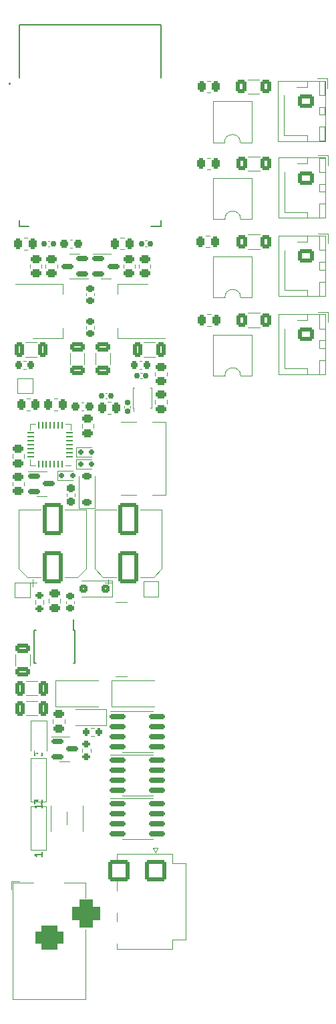
<source format=gbr>
%TF.GenerationSoftware,KiCad,Pcbnew,7.0.6*%
%TF.CreationDate,2023-07-31T04:45:06-07:00*%
%TF.ProjectId,LED_Wled,4c45445f-576c-4656-942e-6b696361645f,rev?*%
%TF.SameCoordinates,Original*%
%TF.FileFunction,Legend,Top*%
%TF.FilePolarity,Positive*%
%FSLAX46Y46*%
G04 Gerber Fmt 4.6, Leading zero omitted, Abs format (unit mm)*
G04 Created by KiCad (PCBNEW 7.0.6) date 2023-07-31 04:45:06*
%MOMM*%
%LPD*%
G01*
G04 APERTURE LIST*
G04 Aperture macros list*
%AMRoundRect*
0 Rectangle with rounded corners*
0 $1 Rounding radius*
0 $2 $3 $4 $5 $6 $7 $8 $9 X,Y pos of 4 corners*
0 Add a 4 corners polygon primitive as box body*
4,1,4,$2,$3,$4,$5,$6,$7,$8,$9,$2,$3,0*
0 Add four circle primitives for the rounded corners*
1,1,$1+$1,$2,$3*
1,1,$1+$1,$4,$5*
1,1,$1+$1,$6,$7*
1,1,$1+$1,$8,$9*
0 Add four rect primitives between the rounded corners*
20,1,$1+$1,$2,$3,$4,$5,0*
20,1,$1+$1,$4,$5,$6,$7,0*
20,1,$1+$1,$6,$7,$8,$9,0*
20,1,$1+$1,$8,$9,$2,$3,0*%
%AMFreePoly0*
4,1,6,1.000000,0.000000,0.500000,-0.750000,-0.500000,-0.750000,-0.500000,0.750000,0.500000,0.750000,1.000000,0.000000,1.000000,0.000000,$1*%
G04 Aperture macros list end*
%ADD10C,0.150000*%
%ADD11C,0.120000*%
%ADD12C,0.127000*%
%ADD13C,0.200000*%
%ADD14R,2.000000X1.780000*%
%ADD15RoundRect,0.250000X-0.400000X-0.625000X0.400000X-0.625000X0.400000X0.625000X-0.400000X0.625000X0*%
%ADD16RoundRect,0.250000X-0.262500X-0.450000X0.262500X-0.450000X0.262500X0.450000X-0.262500X0.450000X0*%
%ADD17RoundRect,0.250000X-0.325000X-0.650000X0.325000X-0.650000X0.325000X0.650000X-0.325000X0.650000X0*%
%ADD18RoundRect,0.250000X1.000000X-1.750000X1.000000X1.750000X-1.000000X1.750000X-1.000000X-1.750000X0*%
%ADD19RoundRect,0.225000X0.375000X-0.225000X0.375000X0.225000X-0.375000X0.225000X-0.375000X-0.225000X0*%
%ADD20RoundRect,0.250000X-0.450000X0.262500X-0.450000X-0.262500X0.450000X-0.262500X0.450000X0.262500X0*%
%ADD21RoundRect,0.250000X0.650000X-0.325000X0.650000X0.325000X-0.650000X0.325000X-0.650000X-0.325000X0*%
%ADD22R,0.250000X0.750000*%
%ADD23RoundRect,0.250001X-1.099999X1.099999X-1.099999X-1.099999X1.099999X-1.099999X1.099999X1.099999X0*%
%ADD24C,2.700000*%
%ADD25RoundRect,0.250000X0.262500X0.450000X-0.262500X0.450000X-0.262500X-0.450000X0.262500X-0.450000X0*%
%ADD26RoundRect,0.150000X-0.825000X-0.150000X0.825000X-0.150000X0.825000X0.150000X-0.825000X0.150000X0*%
%ADD27R,1.500000X1.500000*%
%ADD28FreePoly0,90.000000*%
%ADD29FreePoly0,270.000000*%
%ADD30RoundRect,0.150000X0.150000X0.200000X-0.150000X0.200000X-0.150000X-0.200000X0.150000X-0.200000X0*%
%ADD31RoundRect,0.237500X0.300000X0.237500X-0.300000X0.237500X-0.300000X-0.237500X0.300000X-0.237500X0*%
%ADD32RoundRect,0.250000X0.450000X-0.262500X0.450000X0.262500X-0.450000X0.262500X-0.450000X-0.262500X0*%
%ADD33R,2.500000X1.800000*%
%ADD34O,2.000000X1.700000*%
%ADD35RoundRect,0.250000X-0.750000X0.600000X-0.750000X-0.600000X0.750000X-0.600000X0.750000X0.600000X0*%
%ADD36C,1.200000*%
%ADD37R,3.500000X3.500000*%
%ADD38RoundRect,0.750000X1.000000X-0.750000X1.000000X0.750000X-1.000000X0.750000X-1.000000X-0.750000X0*%
%ADD39RoundRect,0.875000X0.875000X-0.875000X0.875000X0.875000X-0.875000X0.875000X-0.875000X-0.875000X0*%
%ADD40RoundRect,0.200000X0.200000X0.275000X-0.200000X0.275000X-0.200000X-0.275000X0.200000X-0.275000X0*%
%ADD41R,2.000000X1.500000*%
%ADD42R,2.000000X3.800000*%
%ADD43RoundRect,0.150000X-0.587500X-0.150000X0.587500X-0.150000X0.587500X0.150000X-0.587500X0.150000X0*%
%ADD44RoundRect,0.062500X0.337500X0.062500X-0.337500X0.062500X-0.337500X-0.062500X0.337500X-0.062500X0*%
%ADD45RoundRect,0.062500X0.062500X0.337500X-0.062500X0.337500X-0.062500X-0.337500X0.062500X-0.337500X0*%
%ADD46R,3.350000X3.350000*%
%ADD47C,0.650000*%
%ADD48R,1.240000X0.600000*%
%ADD49R,1.240000X0.300000*%
%ADD50O,2.100000X1.000000*%
%ADD51O,1.800000X1.000000*%
%ADD52R,1.100000X1.100000*%
%ADD53RoundRect,0.155000X0.212500X0.155000X-0.212500X0.155000X-0.212500X-0.155000X0.212500X-0.155000X0*%
%ADD54RoundRect,0.225000X0.225000X0.250000X-0.225000X0.250000X-0.225000X-0.250000X0.225000X-0.250000X0*%
%ADD55R,1.500000X0.900000*%
%ADD56R,0.900000X1.500000*%
%ADD57R,0.900000X0.900000*%
%ADD58RoundRect,0.200000X0.275000X-0.200000X0.275000X0.200000X-0.275000X0.200000X-0.275000X-0.200000X0*%
%ADD59R,0.610000X1.910000*%
%ADD60R,1.550000X1.205000*%
%ADD61RoundRect,0.155000X0.155000X-0.212500X0.155000X0.212500X-0.155000X0.212500X-0.155000X-0.212500X0*%
%ADD62RoundRect,0.225000X0.250000X-0.225000X0.250000X0.225000X-0.250000X0.225000X-0.250000X-0.225000X0*%
%ADD63RoundRect,0.155000X-0.212500X-0.155000X0.212500X-0.155000X0.212500X0.155000X-0.212500X0.155000X0*%
%ADD64RoundRect,0.250000X-0.650000X0.325000X-0.650000X-0.325000X0.650000X-0.325000X0.650000X0.325000X0*%
%ADD65R,3.750000X9.500000*%
%ADD66RoundRect,0.200000X-0.275000X0.200000X-0.275000X-0.200000X0.275000X-0.200000X0.275000X0.200000X0*%
%ADD67O,3.800000X5.500000*%
%ADD68O,3.800000X5.300000*%
%ADD69RoundRect,0.250000X0.300000X0.300000X-0.300000X0.300000X-0.300000X-0.300000X0.300000X-0.300000X0*%
%ADD70RoundRect,0.237500X-0.237500X0.300000X-0.237500X-0.300000X0.237500X-0.300000X0.237500X0.300000X0*%
%ADD71RoundRect,0.150000X0.587500X0.150000X-0.587500X0.150000X-0.587500X-0.150000X0.587500X-0.150000X0*%
%ADD72R,0.900000X1.200000*%
%ADD73RoundRect,0.225000X-0.250000X0.225000X-0.250000X-0.225000X0.250000X-0.225000X0.250000X0.225000X0*%
%ADD74C,1.500000*%
G04 APERTURE END LIST*
D10*
X193952019Y-136214685D02*
X193952019Y-136786113D01*
X193952019Y-136500399D02*
X192952019Y-136500399D01*
X192952019Y-136500399D02*
X193094876Y-136595637D01*
X193094876Y-136595637D02*
X193190114Y-136690875D01*
X193190114Y-136690875D02*
X193237733Y-136786113D01*
X192952019Y-130083732D02*
X192952019Y-129464685D01*
X192952019Y-129464685D02*
X193332971Y-129798018D01*
X193332971Y-129798018D02*
X193332971Y-129655161D01*
X193332971Y-129655161D02*
X193380590Y-129559923D01*
X193380590Y-129559923D02*
X193428209Y-129512304D01*
X193428209Y-129512304D02*
X193523447Y-129464685D01*
X193523447Y-129464685D02*
X193761542Y-129464685D01*
X193761542Y-129464685D02*
X193856780Y-129512304D01*
X193856780Y-129512304D02*
X193904400Y-129559923D01*
X193904400Y-129559923D02*
X193952019Y-129655161D01*
X193952019Y-129655161D02*
X193952019Y-129940875D01*
X193952019Y-129940875D02*
X193904400Y-130036113D01*
X193904400Y-130036113D02*
X193856780Y-130083732D01*
X193952019Y-142278685D02*
X193952019Y-142850113D01*
X193952019Y-142564399D02*
X192952019Y-142564399D01*
X192952019Y-142564399D02*
X193094876Y-142659637D01*
X193094876Y-142659637D02*
X193190114Y-142754875D01*
X193190114Y-142754875D02*
X193237733Y-142850113D01*
X192952019Y-136147732D02*
X192952019Y-135528685D01*
X192952019Y-135528685D02*
X193332971Y-135862018D01*
X193332971Y-135862018D02*
X193332971Y-135719161D01*
X193332971Y-135719161D02*
X193380590Y-135623923D01*
X193380590Y-135623923D02*
X193428209Y-135576304D01*
X193428209Y-135576304D02*
X193523447Y-135528685D01*
X193523447Y-135528685D02*
X193761542Y-135528685D01*
X193761542Y-135528685D02*
X193856780Y-135576304D01*
X193856780Y-135576304D02*
X193904400Y-135623923D01*
X193904400Y-135623923D02*
X193952019Y-135719161D01*
X193952019Y-135719161D02*
X193952019Y-136004875D01*
X193952019Y-136004875D02*
X193904400Y-136100113D01*
X193904400Y-136100113D02*
X193856780Y-136147732D01*
D11*
%TO.C,U10*%
X220534400Y-66945200D02*
X215634400Y-66945200D01*
X220534400Y-72145200D02*
X220534400Y-66945200D01*
X215634400Y-72145200D02*
X217084400Y-72145200D01*
X219084400Y-72145200D02*
X220534400Y-72145200D01*
X215634400Y-66945200D02*
X215634400Y-72145200D01*
X219084400Y-72145200D02*
G75*
G03*
X217084400Y-72145200I-1000000J0D01*
G01*
%TO.C,U9*%
X220534400Y-76851200D02*
X215634400Y-76851200D01*
X220534400Y-82051200D02*
X220534400Y-76851200D01*
X215634400Y-82051200D02*
X217084400Y-82051200D01*
X219084400Y-82051200D02*
X220534400Y-82051200D01*
X215634400Y-76851200D02*
X215634400Y-82051200D01*
X219084400Y-82051200D02*
G75*
G03*
X217084400Y-82051200I-1000000J0D01*
G01*
%TO.C,U8*%
X219043600Y-52551400D02*
G75*
G03*
X217043600Y-52551400I-1000000J0D01*
G01*
X215593600Y-47351400D02*
X215593600Y-52551400D01*
X219043600Y-52551400D02*
X220493600Y-52551400D01*
X215593600Y-52551400D02*
X217043600Y-52551400D01*
X220493600Y-52551400D02*
X220493600Y-47351400D01*
X220493600Y-47351400D02*
X215593600Y-47351400D01*
%TO.C,U7*%
X219084400Y-62239200D02*
G75*
G03*
X217084400Y-62239200I-1000000J0D01*
G01*
X215634400Y-57039200D02*
X215634400Y-62239200D01*
X219084400Y-62239200D02*
X220534400Y-62239200D01*
X215634400Y-62239200D02*
X217084400Y-62239200D01*
X220534400Y-62239200D02*
X220534400Y-57039200D01*
X220534400Y-57039200D02*
X215634400Y-57039200D01*
%TO.C,R28*%
X219993536Y-46411400D02*
X221447664Y-46411400D01*
X219993536Y-44591400D02*
X221447664Y-44591400D01*
%TO.C,R15*%
X202210936Y-85371000D02*
X202665064Y-85371000D01*
X202210936Y-86841000D02*
X202665064Y-86841000D01*
%TO.C,C4*%
X191924148Y-123194400D02*
X193346652Y-123194400D01*
X191924148Y-125014400D02*
X193346652Y-125014400D01*
%TO.C,C2*%
X192740000Y-108750000D02*
X192740000Y-107750000D01*
X192240000Y-108250000D02*
X193240000Y-108250000D01*
X192054437Y-107510000D02*
X193740000Y-107510000D01*
X192054437Y-107510000D02*
X190990000Y-106445563D01*
X198445563Y-107510000D02*
X196760000Y-107510000D01*
X198445563Y-107510000D02*
X199510000Y-106445563D01*
X190990000Y-106445563D02*
X190990000Y-98990000D01*
X199510000Y-106445563D02*
X199510000Y-98990000D01*
X190990000Y-98990000D02*
X193740000Y-98990000D01*
X199510000Y-98990000D02*
X196760000Y-98990000D01*
%TO.C,D9*%
X198593200Y-98778400D02*
X200593200Y-98778400D01*
X198593200Y-98778400D02*
X198593200Y-94768400D01*
X200593200Y-98778400D02*
X200593200Y-94768400D01*
%TO.C,R20*%
X207671100Y-67982136D02*
X207671100Y-68436264D01*
X206201100Y-67982136D02*
X206201100Y-68436264D01*
%TO.C,C26*%
X197464000Y-80619652D02*
X197464000Y-79197148D01*
X199284000Y-80619652D02*
X199284000Y-79197148D01*
%TO.C,U1*%
X205429000Y-86136000D02*
X205529000Y-86136000D01*
X205529000Y-86136000D02*
X205529000Y-86536000D01*
X207829000Y-86136000D02*
X207629000Y-86136000D01*
X207829000Y-86136000D02*
X207829000Y-83536000D01*
X205429000Y-83536000D02*
X205429000Y-86136000D01*
X205629000Y-83536000D02*
X205429000Y-83536000D01*
X207829000Y-83536000D02*
X207629000Y-83536000D01*
%TO.C,C15*%
X200715200Y-80619652D02*
X200715200Y-79197148D01*
X202535200Y-80619652D02*
X202535200Y-79197148D01*
%TO.C,R32*%
X220034336Y-64185200D02*
X221488464Y-64185200D01*
X220034336Y-66005200D02*
X221488464Y-66005200D01*
%TO.C,R1*%
X204290664Y-66063800D02*
X203836536Y-66063800D01*
X204290664Y-64593800D02*
X203836536Y-64593800D01*
%TO.C,Q2*%
X205994000Y-135490800D02*
X202544000Y-135490800D01*
X205994000Y-135490800D02*
X207944000Y-135490800D01*
X205994000Y-140610800D02*
X204044000Y-140610800D01*
X205994000Y-140610800D02*
X207944000Y-140610800D01*
%TO.C,J1*%
X208580000Y-141719200D02*
X208280000Y-142319200D01*
X207980000Y-141719200D02*
X208580000Y-141719200D01*
X208280000Y-142319200D02*
X207980000Y-141719200D01*
X210390000Y-142519200D02*
X210390000Y-143719200D01*
X203370000Y-142519200D02*
X210390000Y-142519200D01*
X212090000Y-143719200D02*
X212090000Y-153359200D01*
X210390000Y-143719200D02*
X212090000Y-143719200D01*
X212090000Y-153359200D02*
X210390000Y-153359200D01*
X210390000Y-153359200D02*
X210390000Y-154559200D01*
X210390000Y-154559200D02*
X203370000Y-154559200D01*
X203370000Y-154559200D02*
X203370000Y-142519200D01*
%TO.C,JP1*%
X192497200Y-135900400D02*
X192497200Y-130400400D01*
X194447200Y-135900400D02*
X192497200Y-135900400D01*
X192497200Y-130400400D02*
X194447200Y-130400400D01*
X194447200Y-130400400D02*
X194447200Y-135900400D01*
%TO.C,D8*%
X198231600Y-91094000D02*
X198231600Y-92294000D01*
X200191600Y-91094000D02*
X198231600Y-91094000D01*
X200191600Y-92294000D02*
X198231600Y-92294000D01*
%TO.C,C19*%
X197758267Y-65838800D02*
X197465733Y-65838800D01*
X197758267Y-64818800D02*
X197465733Y-64818800D01*
%TO.C,R25*%
X190171400Y-95934264D02*
X190171400Y-95480136D01*
X191641400Y-95934264D02*
X191641400Y-95480136D01*
%TO.C,R3*%
X209726200Y-85116936D02*
X209726200Y-85571064D01*
X208256200Y-85116936D02*
X208256200Y-85571064D01*
%TO.C,D4*%
X195600000Y-120600000D02*
X195600000Y-123900000D01*
X195600000Y-120600000D02*
X201000000Y-120600000D01*
X195600000Y-123900000D02*
X201000000Y-123900000D01*
%TO.C,J11*%
X223814600Y-52379400D02*
X229784600Y-52379400D01*
X229784600Y-52379400D02*
X229784600Y-44759400D01*
X227524600Y-52369400D02*
X227524600Y-51619400D01*
X229024600Y-52369400D02*
X229774600Y-52369400D01*
X229774600Y-52369400D02*
X229774600Y-50569400D01*
X224574600Y-51619400D02*
X224574600Y-48569400D01*
X227524600Y-51619400D02*
X224574600Y-51619400D01*
X229024600Y-50569400D02*
X229024600Y-52369400D01*
X229774600Y-50569400D02*
X229024600Y-50569400D01*
X229024600Y-49069400D02*
X229774600Y-49069400D01*
X229774600Y-49069400D02*
X229774600Y-48069400D01*
X224574600Y-48569400D02*
X224574600Y-46579400D01*
X229024600Y-48069400D02*
X229024600Y-49069400D01*
X229774600Y-48069400D02*
X229024600Y-48069400D01*
X229024600Y-46569400D02*
X229774600Y-46569400D01*
X229774600Y-46569400D02*
X229774600Y-44769400D01*
X230074600Y-45719400D02*
X230074600Y-44469400D01*
X227524600Y-45519400D02*
X226184600Y-45519400D01*
X227524600Y-44769400D02*
X227524600Y-45519400D01*
X229024600Y-44769400D02*
X229024600Y-46569400D01*
X229774600Y-44769400D02*
X229024600Y-44769400D01*
X223814600Y-44759400D02*
X223814600Y-52379400D01*
X229784600Y-44759400D02*
X223814600Y-44759400D01*
X230074600Y-44469400D02*
X228824600Y-44469400D01*
%TO.C,Q4*%
X205994000Y-129990800D02*
X202544000Y-129990800D01*
X205994000Y-129990800D02*
X207944000Y-129990800D01*
X205994000Y-135110800D02*
X204044000Y-135110800D01*
X205994000Y-135110800D02*
X207944000Y-135110800D01*
%TO.C,J2*%
X190225700Y-160860400D02*
X190225700Y-146160400D01*
X199425700Y-160860400D02*
X190225700Y-160860400D01*
X199425700Y-152060400D02*
X199425700Y-160860400D01*
X190025700Y-147010400D02*
X190025700Y-145960400D01*
X190225700Y-146160400D02*
X192825700Y-146160400D01*
X196725700Y-146160400D02*
X199425700Y-146160400D01*
X199425700Y-146160400D02*
X199425700Y-148060400D01*
X191075700Y-145960400D02*
X190025700Y-145960400D01*
%TO.C,R6*%
X200541658Y-127624100D02*
X200067142Y-127624100D01*
X200541658Y-126579100D02*
X200067142Y-126579100D01*
%TO.C,U12*%
X209535200Y-77273200D02*
X203525200Y-77273200D01*
X207285200Y-70453200D02*
X203525200Y-70453200D01*
X203525200Y-77273200D02*
X203525200Y-76013200D01*
X203525200Y-70453200D02*
X203525200Y-71713200D01*
%TO.C,Q8*%
X193852800Y-94147200D02*
X192177800Y-94147200D01*
X193852800Y-94147200D02*
X194502800Y-94147200D01*
X193852800Y-97267200D02*
X193202800Y-97267200D01*
X193852800Y-97267200D02*
X194502800Y-97267200D01*
%TO.C,R8*%
X220034336Y-56139200D02*
X221488464Y-56139200D01*
X220034336Y-54319200D02*
X221488464Y-54319200D01*
%TO.C,U6*%
X197578000Y-88169600D02*
X197578000Y-88894600D01*
X196853000Y-93389600D02*
X197578000Y-93389600D01*
X196853000Y-88169600D02*
X197578000Y-88169600D01*
X193083000Y-93389600D02*
X192358000Y-93389600D01*
X193083000Y-88169600D02*
X192358000Y-88169600D01*
X192358000Y-93389600D02*
X192358000Y-92664600D01*
X192358000Y-88169600D02*
X192358000Y-88894600D01*
%TO.C,J8*%
X203940800Y-97086800D02*
X205860800Y-97086800D01*
X209575800Y-97086800D02*
X207870800Y-97086800D01*
X205860800Y-87926800D02*
X203940800Y-87926800D01*
X207870800Y-87926800D02*
X209575800Y-87926800D01*
X209575800Y-87926800D02*
X209575800Y-97086800D01*
%TO.C,R13*%
X192403464Y-86434600D02*
X191949336Y-86434600D01*
X192403464Y-84964600D02*
X191949336Y-84964600D01*
%TO.C,D3*%
X194497200Y-125635200D02*
X192497200Y-125635200D01*
X194497200Y-125635200D02*
X194497200Y-129485200D01*
X192497200Y-125635200D02*
X192497200Y-129485200D01*
%TO.C,J9*%
X190820000Y-82362000D02*
X192720000Y-82362000D01*
X190820000Y-84262000D02*
X190820000Y-82362000D01*
X192720000Y-82362000D02*
X192720000Y-84262000D01*
X192720000Y-84262000D02*
X190820000Y-84262000D01*
%TO.C,R30*%
X220034336Y-74111200D02*
X221488464Y-74111200D01*
X220034336Y-75931200D02*
X221488464Y-75931200D01*
%TO.C,C16*%
X207176635Y-65688800D02*
X206944965Y-65688800D01*
X207176635Y-64968800D02*
X206944965Y-64968800D01*
%TO.C,J7*%
X190464400Y-108168400D02*
X192364400Y-108168400D01*
X190464400Y-110068400D02*
X190464400Y-108168400D01*
X192364400Y-108168400D02*
X192364400Y-110068400D01*
X192364400Y-110068400D02*
X190464400Y-110068400D01*
%TO.C,C25*%
X191859780Y-81231200D02*
X191578620Y-81231200D01*
X191859780Y-80211200D02*
X191578620Y-80211200D01*
%TO.C,D2*%
X202750000Y-120600000D02*
X202750000Y-123900000D01*
X202750000Y-120600000D02*
X208150000Y-120600000D01*
X202750000Y-123900000D02*
X208150000Y-123900000D01*
%TO.C,Q3*%
X196776100Y-127675200D02*
X195101100Y-127675200D01*
X196776100Y-127675200D02*
X197426100Y-127675200D01*
X196776100Y-130795200D02*
X196126100Y-130795200D01*
X196776100Y-130795200D02*
X197426100Y-130795200D01*
D12*
%TO.C,U5*%
X190999600Y-37643600D02*
X208999600Y-37643600D01*
X190999600Y-44363600D02*
X190999600Y-37643600D01*
X190999600Y-62413600D02*
X190999600Y-63143600D01*
X190999600Y-63143600D02*
X192244600Y-63143600D01*
X208999600Y-37643600D02*
X208999600Y-44363600D01*
X208999600Y-62413600D02*
X208999600Y-63143600D01*
X208999600Y-63143600D02*
X207754600Y-63143600D01*
D13*
X189899600Y-45133600D02*
G75*
G03*
X189899600Y-45133600I-100000J0D01*
G01*
D11*
%TO.C,R27*%
X215249964Y-54494200D02*
X214795836Y-54494200D01*
X215249964Y-55964200D02*
X214795836Y-55964200D01*
%TO.C,C27*%
X206806748Y-77830000D02*
X208229252Y-77830000D01*
X206806748Y-79650000D02*
X208229252Y-79650000D01*
%TO.C,R9*%
X193032500Y-110917258D02*
X193032500Y-110442742D01*
X194077500Y-110917258D02*
X194077500Y-110442742D01*
%TO.C,JP2*%
X192497200Y-141964400D02*
X192497200Y-136464400D01*
X194447200Y-141964400D02*
X192497200Y-141964400D01*
X192497200Y-136464400D02*
X194447200Y-136464400D01*
X194447200Y-136464400D02*
X194447200Y-141964400D01*
%TO.C,U3*%
X190514800Y-70453200D02*
X196524800Y-70453200D01*
X192764800Y-77273200D02*
X196524800Y-77273200D01*
X196524800Y-70453200D02*
X196524800Y-71713200D01*
X196524800Y-77273200D02*
X196524800Y-76013200D01*
%TO.C,C23*%
X206617835Y-82402000D02*
X206386165Y-82402000D01*
X206617835Y-81682000D02*
X206386165Y-81682000D01*
%TO.C,R12*%
X191595636Y-64644600D02*
X192049764Y-64644600D01*
X191595636Y-66114600D02*
X192049764Y-66114600D01*
%TO.C,C6*%
X191820748Y-77830000D02*
X193243252Y-77830000D01*
X191820748Y-79650000D02*
X193243252Y-79650000D01*
D10*
%TO.C,U2*%
X198080000Y-114205000D02*
X197880000Y-114205000D01*
X198080000Y-114205000D02*
X198080000Y-118355000D01*
X197880000Y-114205000D02*
X197880000Y-112905000D01*
X192930000Y-114205000D02*
X193130000Y-114205000D01*
X192930000Y-114205000D02*
X192930000Y-118355000D01*
X198080000Y-118355000D02*
X197880000Y-118355000D01*
X192930000Y-118355000D02*
X193130000Y-118355000D01*
D11*
%TO.C,D7*%
X198231600Y-92618000D02*
X198231600Y-93818000D01*
X200191600Y-92618000D02*
X198231600Y-92618000D01*
X200191600Y-93818000D02*
X198231600Y-93818000D01*
%TO.C,C17*%
X204364000Y-86094835D02*
X204364000Y-85863165D01*
X205084000Y-86094835D02*
X205084000Y-85863165D01*
%TO.C,R21*%
X194364700Y-68436264D02*
X194364700Y-67982136D01*
X195834700Y-68436264D02*
X195834700Y-67982136D01*
%TO.C,R31*%
X215296964Y-75756200D02*
X214842836Y-75756200D01*
X215296964Y-74286200D02*
X214842836Y-74286200D01*
%TO.C,R26*%
X190171400Y-92429064D02*
X190171400Y-91974936D01*
X191641400Y-92429064D02*
X191641400Y-91974936D01*
%TO.C,C14*%
X199540400Y-71920980D02*
X199540400Y-71639820D01*
X200560400Y-71920980D02*
X200560400Y-71639820D01*
%TO.C,C18*%
X194651365Y-65019600D02*
X194883035Y-65019600D01*
X194651365Y-65739600D02*
X194883035Y-65739600D01*
%TO.C,C20*%
X201924465Y-84222000D02*
X202156135Y-84222000D01*
X201924465Y-84942000D02*
X202156135Y-84942000D01*
%TO.C,C5*%
X192375200Y-117297148D02*
X192375200Y-118719652D01*
X190555200Y-117297148D02*
X190555200Y-118719652D01*
%TO.C,L1*%
X203255000Y-110630000D02*
X204655000Y-110630000D01*
X203255000Y-120030000D02*
X204655000Y-120030000D01*
%TO.C,D6*%
X195844000Y-94091200D02*
X195844000Y-95291200D01*
X197804000Y-94091200D02*
X195844000Y-94091200D01*
X197804000Y-95291200D02*
X195844000Y-95291200D01*
%TO.C,C28*%
X206540980Y-81231200D02*
X206259820Y-81231200D01*
X206540980Y-80211200D02*
X206259820Y-80211200D01*
%TO.C,J15*%
X223855400Y-62107200D02*
X229825400Y-62107200D01*
X229825400Y-62107200D02*
X229825400Y-54487200D01*
X227565400Y-62097200D02*
X227565400Y-61347200D01*
X229065400Y-62097200D02*
X229815400Y-62097200D01*
X229815400Y-62097200D02*
X229815400Y-60297200D01*
X224615400Y-61347200D02*
X224615400Y-58297200D01*
X227565400Y-61347200D02*
X224615400Y-61347200D01*
X229065400Y-60297200D02*
X229065400Y-62097200D01*
X229815400Y-60297200D02*
X229065400Y-60297200D01*
X229065400Y-58797200D02*
X229815400Y-58797200D01*
X229815400Y-58797200D02*
X229815400Y-57797200D01*
X224615400Y-58297200D02*
X224615400Y-56307200D01*
X229065400Y-57797200D02*
X229065400Y-58797200D01*
X229815400Y-57797200D02*
X229065400Y-57797200D01*
X229065400Y-56297200D02*
X229815400Y-56297200D01*
X229815400Y-56297200D02*
X229815400Y-54497200D01*
X230115400Y-55447200D02*
X230115400Y-54197200D01*
X227565400Y-55247200D02*
X226225400Y-55247200D01*
X227565400Y-54497200D02*
X227565400Y-55247200D01*
X229065400Y-54497200D02*
X229065400Y-56297200D01*
X229815400Y-54497200D02*
X229065400Y-54497200D01*
X223855400Y-54487200D02*
X223855400Y-62107200D01*
X229825400Y-54487200D02*
X223855400Y-54487200D01*
X230115400Y-54197200D02*
X228865400Y-54197200D01*
%TO.C,R22*%
X205689900Y-67982136D02*
X205689900Y-68436264D01*
X204219900Y-67982136D02*
X204219900Y-68436264D01*
%TO.C,J12*%
X230115400Y-73989200D02*
X228865400Y-73989200D01*
X229825400Y-74279200D02*
X223855400Y-74279200D01*
X223855400Y-74279200D02*
X223855400Y-81899200D01*
X229815400Y-74289200D02*
X229065400Y-74289200D01*
X229065400Y-74289200D02*
X229065400Y-76089200D01*
X227565400Y-74289200D02*
X227565400Y-75039200D01*
X227565400Y-75039200D02*
X226225400Y-75039200D01*
X230115400Y-75239200D02*
X230115400Y-73989200D01*
X229815400Y-76089200D02*
X229815400Y-74289200D01*
X229065400Y-76089200D02*
X229815400Y-76089200D01*
X229815400Y-77589200D02*
X229065400Y-77589200D01*
X229065400Y-77589200D02*
X229065400Y-78589200D01*
X224615400Y-78089200D02*
X224615400Y-76099200D01*
X229815400Y-78589200D02*
X229815400Y-77589200D01*
X229065400Y-78589200D02*
X229815400Y-78589200D01*
X229815400Y-80089200D02*
X229065400Y-80089200D01*
X229065400Y-80089200D02*
X229065400Y-81889200D01*
X227565400Y-81139200D02*
X224615400Y-81139200D01*
X224615400Y-81139200D02*
X224615400Y-78089200D01*
X229815400Y-81889200D02*
X229815400Y-80089200D01*
X229065400Y-81889200D02*
X229815400Y-81889200D01*
X227565400Y-81889200D02*
X227565400Y-81139200D01*
X229825400Y-81899200D02*
X229825400Y-74279200D01*
X223855400Y-81899200D02*
X229825400Y-81899200D01*
%TO.C,R14*%
X195857864Y-86434600D02*
X195403736Y-86434600D01*
X195857864Y-84964600D02*
X195403736Y-84964600D01*
%TO.C,J13*%
X230115400Y-64063200D02*
X228865400Y-64063200D01*
X229825400Y-64353200D02*
X223855400Y-64353200D01*
X223855400Y-64353200D02*
X223855400Y-71973200D01*
X229815400Y-64363200D02*
X229065400Y-64363200D01*
X229065400Y-64363200D02*
X229065400Y-66163200D01*
X227565400Y-64363200D02*
X227565400Y-65113200D01*
X227565400Y-65113200D02*
X226225400Y-65113200D01*
X230115400Y-65313200D02*
X230115400Y-64063200D01*
X229815400Y-66163200D02*
X229815400Y-64363200D01*
X229065400Y-66163200D02*
X229815400Y-66163200D01*
X229815400Y-67663200D02*
X229065400Y-67663200D01*
X229065400Y-67663200D02*
X229065400Y-68663200D01*
X224615400Y-68163200D02*
X224615400Y-66173200D01*
X229815400Y-68663200D02*
X229815400Y-67663200D01*
X229065400Y-68663200D02*
X229815400Y-68663200D01*
X229815400Y-70163200D02*
X229065400Y-70163200D01*
X229065400Y-70163200D02*
X229065400Y-71963200D01*
X227565400Y-71213200D02*
X224615400Y-71213200D01*
X224615400Y-71213200D02*
X224615400Y-68163200D01*
X229815400Y-71963200D02*
X229815400Y-70163200D01*
X229065400Y-71963200D02*
X229815400Y-71963200D01*
X227565400Y-71963200D02*
X227565400Y-71213200D01*
X229825400Y-71973200D02*
X229825400Y-64353200D01*
X223855400Y-71973200D02*
X229825400Y-71973200D01*
%TO.C,J5*%
X206750000Y-108050000D02*
X208650000Y-108050000D01*
X206750000Y-109950000D02*
X206750000Y-108050000D01*
X208650000Y-108050000D02*
X208650000Y-109950000D01*
X208650000Y-109950000D02*
X206750000Y-109950000D01*
%TO.C,R10*%
X196772200Y-125502936D02*
X196772200Y-125957064D01*
X195302200Y-125502936D02*
X195302200Y-125957064D01*
%TO.C,C21*%
X199180667Y-86412800D02*
X198888133Y-86412800D01*
X199180667Y-85392800D02*
X198888133Y-85392800D01*
%TO.C,C3*%
X191924148Y-120654400D02*
X193346652Y-120654400D01*
X191924148Y-122474400D02*
X193346652Y-122474400D01*
%TO.C,R7*%
X200064900Y-129188942D02*
X200064900Y-129663458D01*
X199019900Y-129188942D02*
X199019900Y-129663458D01*
%TO.C,Q5*%
X205994000Y-124490800D02*
X202544000Y-124490800D01*
X205994000Y-124490800D02*
X207944000Y-124490800D01*
X205994000Y-129610800D02*
X204044000Y-129610800D01*
X205994000Y-129610800D02*
X207944000Y-129610800D01*
%TO.C,F1*%
X195053200Y-139586000D02*
X195053200Y-136386000D01*
X197053200Y-138736000D02*
X197053200Y-137136000D01*
X199053200Y-136386000D02*
X199053200Y-139586000D01*
%TO.C,C1*%
X196945000Y-110820580D02*
X196945000Y-110539420D01*
X197965000Y-110820580D02*
X197965000Y-110539420D01*
%TO.C,D11*%
X202768400Y-109966000D02*
X202768400Y-107966000D01*
X202768400Y-109966000D02*
X198908400Y-109966000D01*
X202768400Y-107966000D02*
X198908400Y-107966000D01*
%TO.C,C22*%
X198071200Y-96984433D02*
X198071200Y-97276967D01*
X197051200Y-96984433D02*
X197051200Y-97276967D01*
%TO.C,R29*%
X215256164Y-44766400D02*
X214802036Y-44766400D01*
X215256164Y-46236400D02*
X214802036Y-46236400D01*
%TO.C,Q6*%
X198046100Y-69769200D02*
X199721100Y-69769200D01*
X198046100Y-69769200D02*
X197396100Y-69769200D01*
X198046100Y-66649200D02*
X198696100Y-66649200D01*
X198046100Y-66649200D02*
X197396100Y-66649200D01*
%TO.C,D5*%
X202046400Y-126222000D02*
X202046400Y-124222000D01*
X202046400Y-126222000D02*
X198146400Y-126222000D01*
X202046400Y-124222000D02*
X198146400Y-124222000D01*
%TO.C,R33*%
X215146464Y-65830200D02*
X214692336Y-65830200D01*
X215146464Y-64360200D02*
X214692336Y-64360200D01*
%TO.C,Q7*%
X202008500Y-66649200D02*
X200333500Y-66649200D01*
X202008500Y-66649200D02*
X202658500Y-66649200D01*
X202008500Y-69769200D02*
X201358500Y-69769200D01*
X202008500Y-69769200D02*
X202658500Y-69769200D01*
%TO.C,R4*%
X194770000Y-110707064D02*
X194770000Y-110252936D01*
X196240000Y-110707064D02*
X196240000Y-110252936D01*
%TO.C,C13*%
X202340000Y-108750000D02*
X202340000Y-107750000D01*
X201840000Y-108250000D02*
X202840000Y-108250000D01*
X201654437Y-107510000D02*
X203340000Y-107510000D01*
X201654437Y-107510000D02*
X200590000Y-106445563D01*
X208045563Y-107510000D02*
X206360000Y-107510000D01*
X208045563Y-107510000D02*
X209110000Y-106445563D01*
X200590000Y-106445563D02*
X200590000Y-98990000D01*
X209110000Y-106445563D02*
X209110000Y-98990000D01*
X200590000Y-98990000D02*
X203340000Y-98990000D01*
X209110000Y-98990000D02*
X206360000Y-98990000D01*
%TO.C,R24*%
X209726200Y-81613636D02*
X209726200Y-82067764D01*
X208256200Y-81613636D02*
X208256200Y-82067764D01*
%TO.C,R16*%
X200429800Y-88166836D02*
X200429800Y-88620964D01*
X198959800Y-88166836D02*
X198959800Y-88620964D01*
%TO.C,R19*%
X192383500Y-68438164D02*
X192383500Y-67984036D01*
X193853500Y-68438164D02*
X193853500Y-67984036D01*
%TO.C,C24*%
X200560400Y-75805420D02*
X200560400Y-76086580D01*
X199540400Y-75805420D02*
X199540400Y-76086580D01*
%TD*%
%LPC*%
D14*
%TO.C,U10*%
X221894400Y-70815200D03*
X221894400Y-68275200D03*
X214274400Y-68275200D03*
X214274400Y-70815200D03*
%TD*%
%TO.C,U9*%
X221894400Y-80721200D03*
X221894400Y-78181200D03*
X214274400Y-78181200D03*
X214274400Y-80721200D03*
%TD*%
%TO.C,U8*%
X214233600Y-51221400D03*
X214233600Y-48681400D03*
X221853600Y-48681400D03*
X221853600Y-51221400D03*
%TD*%
%TO.C,U7*%
X214274400Y-60909200D03*
X214274400Y-58369200D03*
X221894400Y-58369200D03*
X221894400Y-60909200D03*
%TD*%
D15*
%TO.C,R28*%
X222270600Y-45501400D03*
X219170600Y-45501400D03*
%TD*%
D16*
%TO.C,R15*%
X201525500Y-86106000D03*
X203350500Y-86106000D03*
%TD*%
D17*
%TO.C,C4*%
X191160400Y-124104400D03*
X194110400Y-124104400D03*
%TD*%
D18*
%TO.C,C2*%
X195250000Y-106300000D03*
X195250000Y-100200000D03*
%TD*%
D19*
%TO.C,D9*%
X199593200Y-98068400D03*
X199593200Y-94768400D03*
%TD*%
D20*
%TO.C,R20*%
X206936100Y-67296700D03*
X206936100Y-69121700D03*
%TD*%
D21*
%TO.C,C26*%
X198374000Y-81383400D03*
X198374000Y-78433400D03*
%TD*%
D22*
%TO.C,U1*%
X205879000Y-86386000D03*
X206379000Y-86386000D03*
X206879000Y-86386000D03*
X207379000Y-86386000D03*
X207379000Y-83286000D03*
X206879000Y-83286000D03*
X206379000Y-83286000D03*
X205879000Y-83286000D03*
%TD*%
D23*
%TO.C,J4*%
X203666000Y-144598500D03*
D24*
X203666000Y-148558500D03*
X203666000Y-152518500D03*
%TD*%
D21*
%TO.C,C15*%
X201625200Y-81383400D03*
X201625200Y-78433400D03*
%TD*%
D15*
%TO.C,R32*%
X219211400Y-65095200D03*
X222311400Y-65095200D03*
%TD*%
D25*
%TO.C,R1*%
X204976100Y-65328800D03*
X203151100Y-65328800D03*
%TD*%
D26*
%TO.C,Q2*%
X203519000Y-136145800D03*
X203519000Y-137415800D03*
X203519000Y-138685800D03*
X203519000Y-139955800D03*
X208469000Y-139955800D03*
X208469000Y-138685800D03*
X208469000Y-137415800D03*
X208469000Y-136145800D03*
%TD*%
D23*
%TO.C,J1*%
X208280000Y-144579200D03*
D24*
X208280000Y-148539200D03*
X208280000Y-152499200D03*
%TD*%
D27*
%TO.C,JP1*%
X193497200Y-134350400D03*
X193497200Y-131950400D03*
D28*
X193497200Y-135150400D03*
D29*
X193497200Y-131150400D03*
%TD*%
D30*
%TO.C,D8*%
X198791600Y-91694000D03*
X200191600Y-91694000D03*
%TD*%
D31*
%TO.C,C19*%
X198474500Y-65328800D03*
X196749500Y-65328800D03*
%TD*%
D32*
%TO.C,R25*%
X190906400Y-96619700D03*
X190906400Y-94794700D03*
%TD*%
D20*
%TO.C,R3*%
X208991200Y-84431500D03*
X208991200Y-86256500D03*
%TD*%
D33*
%TO.C,D4*%
X197000000Y-122250000D03*
X201000000Y-122250000D03*
%TD*%
D34*
%TO.C,J11*%
X227324600Y-49819400D03*
D35*
X227324600Y-47319400D03*
D36*
X225324600Y-45719400D03*
%TD*%
D26*
%TO.C,Q4*%
X203519000Y-130645800D03*
X203519000Y-131915800D03*
X203519000Y-133185800D03*
X203519000Y-134455800D03*
X208469000Y-134455800D03*
X208469000Y-133185800D03*
X208469000Y-131915800D03*
X208469000Y-130645800D03*
%TD*%
D37*
%TO.C,J2*%
X194825700Y-147060400D03*
D38*
X194825700Y-153060400D03*
D39*
X199525700Y-150060400D03*
%TD*%
D40*
%TO.C,R6*%
X201129400Y-127101600D03*
X199479400Y-127101600D03*
%TD*%
D41*
%TO.C,U12*%
X208585200Y-76163200D03*
X208585200Y-73863200D03*
D42*
X202285200Y-73863200D03*
D41*
X208585200Y-71563200D03*
%TD*%
D43*
%TO.C,Q8*%
X192915300Y-94757200D03*
X192915300Y-96657200D03*
X194790300Y-95707200D03*
%TD*%
D15*
%TO.C,R8*%
X222311400Y-55229200D03*
X219211400Y-55229200D03*
%TD*%
D44*
%TO.C,U6*%
X197418000Y-92279600D03*
X197418000Y-91779600D03*
X197418000Y-91279600D03*
X197418000Y-90779600D03*
X197418000Y-90279600D03*
X197418000Y-89779600D03*
X197418000Y-89279600D03*
D45*
X196468000Y-88329600D03*
X195968000Y-88329600D03*
X195468000Y-88329600D03*
X194968000Y-88329600D03*
X194468000Y-88329600D03*
X193968000Y-88329600D03*
X193468000Y-88329600D03*
D44*
X192518000Y-89279600D03*
X192518000Y-89779600D03*
X192518000Y-90279600D03*
X192518000Y-90779600D03*
X192518000Y-91279600D03*
X192518000Y-91779600D03*
X192518000Y-92279600D03*
D45*
X193468000Y-93229600D03*
X193968000Y-93229600D03*
X194468000Y-93229600D03*
X194968000Y-93229600D03*
X195468000Y-93229600D03*
X195968000Y-93229600D03*
X196468000Y-93229600D03*
D46*
X194968000Y-90779600D03*
%TD*%
D47*
%TO.C,J8*%
X203185800Y-95396800D03*
X203185800Y-89616800D03*
D48*
X202065800Y-95706800D03*
X202065800Y-94906800D03*
D49*
X202065800Y-93756800D03*
X202065800Y-92756800D03*
X202065800Y-92256800D03*
X202065800Y-91256800D03*
D48*
X202065800Y-90106800D03*
X202065800Y-89306800D03*
X202065800Y-89306800D03*
X202065800Y-90106800D03*
D49*
X202065800Y-90756800D03*
X202065800Y-91756800D03*
X202065800Y-93256800D03*
X202065800Y-94256800D03*
D48*
X202065800Y-94906800D03*
X202065800Y-95706800D03*
D50*
X202665800Y-96826800D03*
D51*
X206865800Y-96826800D03*
D50*
X202665800Y-88186800D03*
D51*
X206865800Y-88186800D03*
%TD*%
D25*
%TO.C,R13*%
X193088900Y-85699600D03*
X191263900Y-85699600D03*
%TD*%
D52*
%TO.C,D3*%
X193497200Y-126435200D03*
X193497200Y-129235200D03*
%TD*%
D27*
%TO.C,J9*%
X191770000Y-83312000D03*
%TD*%
D15*
%TO.C,R30*%
X219211400Y-75021200D03*
X222311400Y-75021200D03*
%TD*%
D53*
%TO.C,C16*%
X207628300Y-65328800D03*
X206493300Y-65328800D03*
%TD*%
D27*
%TO.C,J7*%
X191414400Y-109118400D03*
%TD*%
D54*
%TO.C,C25*%
X192494200Y-80721200D03*
X190944200Y-80721200D03*
%TD*%
D33*
%TO.C,D2*%
X204150000Y-122250000D03*
X208150000Y-122250000D03*
%TD*%
D43*
%TO.C,Q3*%
X195838600Y-128285200D03*
X195838600Y-130185200D03*
X197713600Y-129235200D03*
%TD*%
D55*
%TO.C,U5*%
X191249600Y-45133600D03*
X191249600Y-46403600D03*
X191249600Y-47673600D03*
X191249600Y-48943600D03*
X191249600Y-50213600D03*
X191249600Y-51483600D03*
X191249600Y-52753600D03*
X191249600Y-54023600D03*
X191249600Y-55293600D03*
X191249600Y-56563600D03*
X191249600Y-57833600D03*
X191249600Y-59103600D03*
X191249600Y-60373600D03*
X191249600Y-61643600D03*
D56*
X193014600Y-62893600D03*
X194284600Y-62893600D03*
X195554600Y-62893600D03*
X196824600Y-62893600D03*
X198094600Y-62893600D03*
X199364600Y-62893600D03*
X200634600Y-62893600D03*
X201904600Y-62893600D03*
X203174600Y-62893600D03*
X204444600Y-62893600D03*
X205714600Y-62893600D03*
X206984600Y-62893600D03*
D55*
X208749600Y-61643600D03*
X208749600Y-60373600D03*
X208749600Y-59103600D03*
X208749600Y-57833600D03*
X208749600Y-56563600D03*
X208749600Y-55293600D03*
X208749600Y-54023600D03*
X208749600Y-52753600D03*
X208749600Y-51483600D03*
X208749600Y-50213600D03*
X208749600Y-48943600D03*
X208749600Y-47673600D03*
X208749600Y-46403600D03*
X208749600Y-45133600D03*
D57*
X198499600Y-52853600D03*
X197099600Y-52853600D03*
X199899600Y-52853600D03*
X197099600Y-54253600D03*
X198499600Y-54253600D03*
X199899600Y-54253600D03*
X197099600Y-51453600D03*
X198499600Y-51453600D03*
X199899600Y-51453600D03*
%TD*%
D25*
%TO.C,R27*%
X214110400Y-55229200D03*
X215935400Y-55229200D03*
%TD*%
D17*
%TO.C,C27*%
X206043000Y-78740000D03*
X208993000Y-78740000D03*
%TD*%
D58*
%TO.C,R9*%
X193555000Y-111505000D03*
X193555000Y-109855000D03*
%TD*%
D27*
%TO.C,JP2*%
X193497200Y-140414400D03*
X193497200Y-138014400D03*
D28*
X193497200Y-141214400D03*
D29*
X193497200Y-137214400D03*
%TD*%
D41*
%TO.C,U3*%
X191464800Y-71563200D03*
X191464800Y-73863200D03*
D42*
X197764800Y-73863200D03*
D41*
X191464800Y-76163200D03*
%TD*%
D53*
%TO.C,C23*%
X207069500Y-82042000D03*
X205934500Y-82042000D03*
%TD*%
D16*
%TO.C,R12*%
X190910200Y-65379600D03*
X192735200Y-65379600D03*
%TD*%
D17*
%TO.C,C6*%
X191057000Y-78740000D03*
X194007000Y-78740000D03*
%TD*%
D59*
%TO.C,U2*%
X197410000Y-113500000D03*
X196140000Y-113500000D03*
X194870000Y-113500000D03*
X193600000Y-113500000D03*
X193600000Y-119060000D03*
X194870000Y-119060000D03*
X196140000Y-119060000D03*
X197410000Y-119060000D03*
D60*
X196280000Y-115677500D03*
X194730000Y-115677500D03*
X196280000Y-116882500D03*
X194730000Y-116882500D03*
%TD*%
D30*
%TO.C,D7*%
X198791600Y-93218000D03*
X200191600Y-93218000D03*
%TD*%
D61*
%TO.C,C17*%
X204724000Y-86546500D03*
X204724000Y-85411500D03*
%TD*%
D32*
%TO.C,R21*%
X195099700Y-69121700D03*
X195099700Y-67296700D03*
%TD*%
D25*
%TO.C,R31*%
X215982400Y-75021200D03*
X214157400Y-75021200D03*
%TD*%
D32*
%TO.C,R26*%
X190906400Y-93114500D03*
X190906400Y-91289500D03*
%TD*%
D62*
%TO.C,C14*%
X200050400Y-72555400D03*
X200050400Y-71005400D03*
%TD*%
D63*
%TO.C,C18*%
X194199700Y-65379600D03*
X195334700Y-65379600D03*
%TD*%
%TO.C,C20*%
X201472800Y-84582000D03*
X202607800Y-84582000D03*
%TD*%
D64*
%TO.C,C5*%
X191465200Y-116533400D03*
X191465200Y-119483400D03*
%TD*%
D65*
%TO.C,L1*%
X200775000Y-115330000D03*
X207135000Y-115330000D03*
%TD*%
D30*
%TO.C,D6*%
X196404000Y-94691200D03*
X197804000Y-94691200D03*
%TD*%
D54*
%TO.C,C28*%
X207175400Y-80721200D03*
X205625400Y-80721200D03*
%TD*%
D34*
%TO.C,J15*%
X227365400Y-59547200D03*
D35*
X227365400Y-57047200D03*
D36*
X225365400Y-55447200D03*
%TD*%
D20*
%TO.C,R22*%
X204954900Y-67296700D03*
X204954900Y-69121700D03*
%TD*%
D36*
%TO.C,J12*%
X225365400Y-75239200D03*
D35*
X227365400Y-76839200D03*
D34*
X227365400Y-79339200D03*
%TD*%
D25*
%TO.C,R14*%
X196543300Y-85699600D03*
X194718300Y-85699600D03*
%TD*%
D36*
%TO.C,J13*%
X225365400Y-65313200D03*
D35*
X227365400Y-66913200D03*
D34*
X227365400Y-69413200D03*
%TD*%
D27*
%TO.C,J5*%
X207700000Y-109000000D03*
%TD*%
D20*
%TO.C,R10*%
X196037200Y-124817500D03*
X196037200Y-126642500D03*
%TD*%
D31*
%TO.C,C21*%
X199896900Y-85902800D03*
X198171900Y-85902800D03*
%TD*%
D17*
%TO.C,C3*%
X191160400Y-121564400D03*
X194110400Y-121564400D03*
%TD*%
D66*
%TO.C,R7*%
X199542400Y-128601200D03*
X199542400Y-130251200D03*
%TD*%
D26*
%TO.C,Q5*%
X203519000Y-125145800D03*
X203519000Y-126415800D03*
X203519000Y-127685800D03*
X203519000Y-128955800D03*
X208469000Y-128955800D03*
X208469000Y-127685800D03*
X208469000Y-126415800D03*
X208469000Y-125145800D03*
%TD*%
D67*
%TO.C,F1*%
X197053200Y-141986000D03*
D68*
X197053200Y-133986000D03*
%TD*%
D62*
%TO.C,C1*%
X197455000Y-111455000D03*
X197455000Y-109905000D03*
%TD*%
D69*
%TO.C,D11*%
X201958400Y-108966000D03*
X199158400Y-108966000D03*
%TD*%
D70*
%TO.C,C22*%
X197561200Y-96268200D03*
X197561200Y-97993200D03*
%TD*%
D25*
%TO.C,R29*%
X214116600Y-45501400D03*
X215941600Y-45501400D03*
%TD*%
D71*
%TO.C,Q6*%
X198983600Y-69159200D03*
X198983600Y-67259200D03*
X197108600Y-68209200D03*
%TD*%
D72*
%TO.C,D5*%
X201446400Y-125222000D03*
X198146400Y-125222000D03*
%TD*%
D25*
%TO.C,R33*%
X215831900Y-65095200D03*
X214006900Y-65095200D03*
%TD*%
D43*
%TO.C,Q7*%
X201071000Y-67259200D03*
X201071000Y-69159200D03*
X202946000Y-68209200D03*
%TD*%
D32*
%TO.C,R4*%
X195505000Y-111392500D03*
X195505000Y-109567500D03*
%TD*%
D18*
%TO.C,C13*%
X204850000Y-106300000D03*
X204850000Y-100200000D03*
%TD*%
D20*
%TO.C,R24*%
X208991200Y-80928200D03*
X208991200Y-82753200D03*
%TD*%
%TO.C,R16*%
X199694800Y-87481400D03*
X199694800Y-89306400D03*
%TD*%
D32*
%TO.C,R19*%
X193118500Y-69123600D03*
X193118500Y-67298600D03*
%TD*%
D73*
%TO.C,C24*%
X200050400Y-75171000D03*
X200050400Y-76721000D03*
%TD*%
D74*
%TO.C,U4*%
X203849600Y-83464400D03*
X203849600Y-80924400D03*
X203849600Y-78384400D03*
X196149600Y-78384400D03*
X196149600Y-80924400D03*
X196149600Y-83464400D03*
%TD*%
%LPD*%
M02*

</source>
